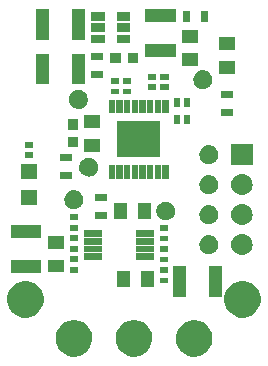
<source format=gts>
G04 #@! TF.FileFunction,Soldermask,Top*
%FSLAX46Y46*%
G04 Gerber Fmt 4.6, Leading zero omitted, Abs format (unit mm)*
G04 Created by KiCad (PCBNEW 4.0.6) date Wed Apr  3 14:00:51 2019*
%MOMM*%
%LPD*%
G01*
G04 APERTURE LIST*
%ADD10C,0.100000*%
G04 APERTURE END LIST*
D10*
G36*
X7020804Y4787470D02*
X7318566Y4726348D01*
X7598783Y4608556D01*
X7850789Y4438576D01*
X8064979Y4222884D01*
X8233192Y3969706D01*
X8349027Y3688666D01*
X8408007Y3390798D01*
X8408007Y3390789D01*
X8408067Y3390485D01*
X8403219Y3043293D01*
X8403150Y3042990D01*
X8403150Y3042983D01*
X8335876Y2746876D01*
X8212239Y2469183D01*
X8037022Y2220797D01*
X7816894Y2011171D01*
X7560244Y1848297D01*
X7276840Y1738371D01*
X6977491Y1685588D01*
X6673585Y1691954D01*
X6376706Y1757227D01*
X6098160Y1878921D01*
X5848552Y2052403D01*
X5637397Y2271059D01*
X5472731Y2526570D01*
X5360833Y2809194D01*
X5305961Y3108171D01*
X5310204Y3412113D01*
X5373404Y3709445D01*
X5493151Y3988833D01*
X5664883Y4239642D01*
X5882065Y4452322D01*
X6136414Y4618764D01*
X6418250Y4732633D01*
X6716840Y4789592D01*
X7020804Y4787470D01*
X7020804Y4787470D01*
G37*
G36*
X12100804Y4787470D02*
X12398566Y4726348D01*
X12678783Y4608556D01*
X12930789Y4438576D01*
X13144979Y4222884D01*
X13313192Y3969706D01*
X13429027Y3688666D01*
X13488007Y3390798D01*
X13488007Y3390789D01*
X13488067Y3390485D01*
X13483219Y3043293D01*
X13483150Y3042990D01*
X13483150Y3042983D01*
X13415876Y2746876D01*
X13292239Y2469183D01*
X13117022Y2220797D01*
X12896894Y2011171D01*
X12640244Y1848297D01*
X12356840Y1738371D01*
X12057491Y1685588D01*
X11753585Y1691954D01*
X11456706Y1757227D01*
X11178160Y1878921D01*
X10928552Y2052403D01*
X10717397Y2271059D01*
X10552731Y2526570D01*
X10440833Y2809194D01*
X10385961Y3108171D01*
X10390204Y3412113D01*
X10453404Y3709445D01*
X10573151Y3988833D01*
X10744883Y4239642D01*
X10962065Y4452322D01*
X11216414Y4618764D01*
X11498250Y4732633D01*
X11796840Y4789592D01*
X12100804Y4787470D01*
X12100804Y4787470D01*
G37*
G36*
X17193504Y4787470D02*
X17491266Y4726348D01*
X17771483Y4608556D01*
X18023489Y4438576D01*
X18237679Y4222884D01*
X18405892Y3969706D01*
X18521727Y3688666D01*
X18580707Y3390798D01*
X18580707Y3390789D01*
X18580767Y3390485D01*
X18575919Y3043293D01*
X18575850Y3042990D01*
X18575850Y3042983D01*
X18508576Y2746876D01*
X18384939Y2469183D01*
X18209722Y2220797D01*
X17989594Y2011171D01*
X17732944Y1848297D01*
X17449540Y1738371D01*
X17150191Y1685588D01*
X16846285Y1691954D01*
X16549406Y1757227D01*
X16270860Y1878921D01*
X16021252Y2052403D01*
X15810097Y2271059D01*
X15645431Y2526570D01*
X15533533Y2809194D01*
X15478661Y3108171D01*
X15482904Y3412113D01*
X15546104Y3709445D01*
X15665851Y3988833D01*
X15837583Y4239642D01*
X16054765Y4452322D01*
X16309114Y4618764D01*
X16590950Y4732633D01*
X16889540Y4789592D01*
X17193504Y4787470D01*
X17193504Y4787470D01*
G37*
G36*
X2906004Y8089470D02*
X3203766Y8028348D01*
X3483983Y7910556D01*
X3735989Y7740576D01*
X3950179Y7524884D01*
X4118392Y7271706D01*
X4234227Y6990666D01*
X4293207Y6692798D01*
X4293207Y6692789D01*
X4293267Y6692485D01*
X4288419Y6345293D01*
X4288350Y6344990D01*
X4288350Y6344983D01*
X4221076Y6048876D01*
X4097439Y5771183D01*
X3922222Y5522797D01*
X3702094Y5313171D01*
X3445444Y5150297D01*
X3162040Y5040371D01*
X2862691Y4987588D01*
X2558785Y4993954D01*
X2261906Y5059227D01*
X1983360Y5180921D01*
X1733752Y5354403D01*
X1522597Y5573059D01*
X1357931Y5828570D01*
X1246033Y6111194D01*
X1191161Y6410171D01*
X1195404Y6714113D01*
X1258604Y7011445D01*
X1378351Y7290833D01*
X1550083Y7541642D01*
X1767265Y7754322D01*
X2021614Y7920764D01*
X2303450Y8034633D01*
X2602040Y8091592D01*
X2906004Y8089470D01*
X2906004Y8089470D01*
G37*
G36*
X21295604Y8089470D02*
X21593366Y8028348D01*
X21873583Y7910556D01*
X22125589Y7740576D01*
X22339779Y7524884D01*
X22507992Y7271706D01*
X22623827Y6990666D01*
X22682807Y6692798D01*
X22682807Y6692789D01*
X22682867Y6692485D01*
X22678019Y6345293D01*
X22677950Y6344990D01*
X22677950Y6344983D01*
X22610676Y6048876D01*
X22487039Y5771183D01*
X22311822Y5522797D01*
X22091694Y5313171D01*
X21835044Y5150297D01*
X21551640Y5040371D01*
X21252291Y4987588D01*
X20948385Y4993954D01*
X20651506Y5059227D01*
X20372960Y5180921D01*
X20123352Y5354403D01*
X19912197Y5573059D01*
X19747531Y5828570D01*
X19635633Y6111194D01*
X19580761Y6410171D01*
X19585004Y6714113D01*
X19648204Y7011445D01*
X19767951Y7290833D01*
X19939683Y7541642D01*
X20156865Y7754322D01*
X20411214Y7920764D01*
X20693050Y8034633D01*
X20991640Y8091592D01*
X21295604Y8089470D01*
X21295604Y8089470D01*
G37*
G36*
X19372800Y6726400D02*
X18272800Y6726400D01*
X18272800Y9326400D01*
X19372800Y9326400D01*
X19372800Y6726400D01*
X19372800Y6726400D01*
G37*
G36*
X16372800Y6726400D02*
X15272800Y6726400D01*
X15272800Y9326400D01*
X16372800Y9326400D01*
X16372800Y6726400D01*
X16372800Y6726400D01*
G37*
G36*
X11640400Y7554600D02*
X10540400Y7554600D01*
X10540400Y8904600D01*
X11640400Y8904600D01*
X11640400Y7554600D01*
X11640400Y7554600D01*
G37*
G36*
X13640400Y7554600D02*
X12540400Y7554600D01*
X12540400Y8904600D01*
X13640400Y8904600D01*
X13640400Y7554600D01*
X13640400Y7554600D01*
G37*
G36*
X14828000Y7885200D02*
X14128000Y7885200D01*
X14128000Y8385200D01*
X14828000Y8385200D01*
X14828000Y7885200D01*
X14828000Y7885200D01*
G37*
G36*
X4094000Y8770400D02*
X1494000Y8770400D01*
X1494000Y9870400D01*
X4094000Y9870400D01*
X4094000Y8770400D01*
X4094000Y8770400D01*
G37*
G36*
X14828000Y8785200D02*
X14128000Y8785200D01*
X14128000Y9285200D01*
X14828000Y9285200D01*
X14828000Y8785200D01*
X14828000Y8785200D01*
G37*
G36*
X7208000Y8799600D02*
X6508000Y8799600D01*
X6508000Y9299600D01*
X7208000Y9299600D01*
X7208000Y8799600D01*
X7208000Y8799600D01*
G37*
G36*
X6009000Y8813200D02*
X4659000Y8813200D01*
X4659000Y9913200D01*
X6009000Y9913200D01*
X6009000Y8813200D01*
X6009000Y8813200D01*
G37*
G36*
X14828000Y9663200D02*
X14128000Y9663200D01*
X14128000Y10163200D01*
X14828000Y10163200D01*
X14828000Y9663200D01*
X14828000Y9663200D01*
G37*
G36*
X7208000Y9699600D02*
X6508000Y9699600D01*
X6508000Y10199600D01*
X7208000Y10199600D01*
X7208000Y9699600D01*
X7208000Y9699600D01*
G37*
G36*
X13643000Y9875200D02*
X12093000Y9875200D01*
X12093000Y10425200D01*
X13643000Y10425200D01*
X13643000Y9875200D01*
X13643000Y9875200D01*
G37*
G36*
X9243000Y9875200D02*
X7693000Y9875200D01*
X7693000Y10425200D01*
X9243000Y10425200D01*
X9243000Y9875200D01*
X9243000Y9875200D01*
G37*
G36*
X21097090Y12075925D02*
X21097092Y12075925D01*
X21098921Y12075912D01*
X21273476Y12056333D01*
X21440903Y12003222D01*
X21594825Y11918602D01*
X21729380Y11805697D01*
X21839443Y11668807D01*
X21920820Y11513146D01*
X21970414Y11344643D01*
X21970417Y11344608D01*
X21970418Y11344605D01*
X21986334Y11169715D01*
X21967980Y10995078D01*
X21967977Y10995068D01*
X21967973Y10995030D01*
X21916032Y10827236D01*
X21832489Y10672726D01*
X21720526Y10537386D01*
X21584407Y10426371D01*
X21429318Y10343909D01*
X21261166Y10293140D01*
X21086355Y10276000D01*
X21077599Y10276000D01*
X21066910Y10276075D01*
X21066908Y10276075D01*
X21065079Y10276088D01*
X20890524Y10295667D01*
X20723097Y10348778D01*
X20569175Y10433398D01*
X20434620Y10546303D01*
X20324557Y10683193D01*
X20243180Y10838854D01*
X20193586Y11007357D01*
X20193583Y11007392D01*
X20193582Y11007395D01*
X20177666Y11182285D01*
X20196020Y11356922D01*
X20196023Y11356932D01*
X20196027Y11356970D01*
X20247968Y11524764D01*
X20331511Y11679274D01*
X20443474Y11814614D01*
X20579593Y11925629D01*
X20734682Y12008091D01*
X20902834Y12058860D01*
X21077645Y12076000D01*
X21086401Y12076000D01*
X21097090Y12075925D01*
X21097090Y12075925D01*
G37*
G36*
X18372027Y11975470D02*
X18525712Y11943922D01*
X18670340Y11883127D01*
X18800408Y11795395D01*
X18910959Y11684068D01*
X18997777Y11553398D01*
X19057563Y11408344D01*
X19087975Y11254757D01*
X19087975Y11254743D01*
X19088034Y11254444D01*
X19085532Y11075248D01*
X19085464Y11074949D01*
X19085464Y11074938D01*
X19050776Y10922258D01*
X18986963Y10778931D01*
X18896529Y10650735D01*
X18782912Y10542539D01*
X18650449Y10458475D01*
X18504174Y10401738D01*
X18349673Y10374495D01*
X18192817Y10377782D01*
X18039590Y10411470D01*
X17895825Y10474280D01*
X17766994Y10563820D01*
X17658009Y10676677D01*
X17573023Y10808549D01*
X17515267Y10954422D01*
X17486947Y11108733D01*
X17489137Y11265607D01*
X17521756Y11419068D01*
X17583562Y11563272D01*
X17672196Y11692719D01*
X17784290Y11802488D01*
X17915570Y11888397D01*
X18061031Y11947166D01*
X18215143Y11976564D01*
X18372027Y11975470D01*
X18372027Y11975470D01*
G37*
G36*
X9243000Y10525200D02*
X7693000Y10525200D01*
X7693000Y11075200D01*
X9243000Y11075200D01*
X9243000Y10525200D01*
X9243000Y10525200D01*
G37*
G36*
X13643000Y10525200D02*
X12093000Y10525200D01*
X12093000Y11075200D01*
X13643000Y11075200D01*
X13643000Y10525200D01*
X13643000Y10525200D01*
G37*
G36*
X7208000Y10552200D02*
X6508000Y10552200D01*
X6508000Y11052200D01*
X7208000Y11052200D01*
X7208000Y10552200D01*
X7208000Y10552200D01*
G37*
G36*
X14828000Y10563200D02*
X14128000Y10563200D01*
X14128000Y11063200D01*
X14828000Y11063200D01*
X14828000Y10563200D01*
X14828000Y10563200D01*
G37*
G36*
X6009000Y10813200D02*
X4659000Y10813200D01*
X4659000Y11913200D01*
X6009000Y11913200D01*
X6009000Y10813200D01*
X6009000Y10813200D01*
G37*
G36*
X13643000Y11175200D02*
X12093000Y11175200D01*
X12093000Y11725200D01*
X13643000Y11725200D01*
X13643000Y11175200D01*
X13643000Y11175200D01*
G37*
G36*
X9243000Y11175200D02*
X7693000Y11175200D01*
X7693000Y11725200D01*
X9243000Y11725200D01*
X9243000Y11175200D01*
X9243000Y11175200D01*
G37*
G36*
X14828000Y11441200D02*
X14128000Y11441200D01*
X14128000Y11941200D01*
X14828000Y11941200D01*
X14828000Y11441200D01*
X14828000Y11441200D01*
G37*
G36*
X7208000Y11452200D02*
X6508000Y11452200D01*
X6508000Y11952200D01*
X7208000Y11952200D01*
X7208000Y11452200D01*
X7208000Y11452200D01*
G37*
G36*
X4094000Y11770400D02*
X1494000Y11770400D01*
X1494000Y12870400D01*
X4094000Y12870400D01*
X4094000Y11770400D01*
X4094000Y11770400D01*
G37*
G36*
X13643000Y11825200D02*
X12093000Y11825200D01*
X12093000Y12375200D01*
X13643000Y12375200D01*
X13643000Y11825200D01*
X13643000Y11825200D01*
G37*
G36*
X9243000Y11825200D02*
X7693000Y11825200D01*
X7693000Y12375200D01*
X9243000Y12375200D01*
X9243000Y11825200D01*
X9243000Y11825200D01*
G37*
G36*
X7208000Y12330200D02*
X6508000Y12330200D01*
X6508000Y12830200D01*
X7208000Y12830200D01*
X7208000Y12330200D01*
X7208000Y12330200D01*
G37*
G36*
X14828000Y12341200D02*
X14128000Y12341200D01*
X14128000Y12841200D01*
X14828000Y12841200D01*
X14828000Y12341200D01*
X14828000Y12341200D01*
G37*
G36*
X21097090Y14615925D02*
X21097092Y14615925D01*
X21098921Y14615912D01*
X21273476Y14596333D01*
X21440903Y14543222D01*
X21594825Y14458602D01*
X21729380Y14345697D01*
X21839443Y14208807D01*
X21920820Y14053146D01*
X21970414Y13884643D01*
X21970417Y13884608D01*
X21970418Y13884605D01*
X21986334Y13709715D01*
X21967980Y13535078D01*
X21967977Y13535068D01*
X21967973Y13535030D01*
X21916032Y13367236D01*
X21832489Y13212726D01*
X21720526Y13077386D01*
X21584407Y12966371D01*
X21429318Y12883909D01*
X21261166Y12833140D01*
X21086355Y12816000D01*
X21077599Y12816000D01*
X21066910Y12816075D01*
X21066908Y12816075D01*
X21065079Y12816088D01*
X20890524Y12835667D01*
X20723097Y12888778D01*
X20569175Y12973398D01*
X20434620Y13086303D01*
X20324557Y13223193D01*
X20243180Y13378854D01*
X20193586Y13547357D01*
X20193583Y13547392D01*
X20193582Y13547395D01*
X20177666Y13722285D01*
X20196020Y13896922D01*
X20196023Y13896932D01*
X20196027Y13896970D01*
X20247968Y14064764D01*
X20331511Y14219274D01*
X20443474Y14354614D01*
X20579593Y14465629D01*
X20734682Y14548091D01*
X20902834Y14598860D01*
X21077645Y14616000D01*
X21086401Y14616000D01*
X21097090Y14615925D01*
X21097090Y14615925D01*
G37*
G36*
X18372027Y14515470D02*
X18525712Y14483922D01*
X18670340Y14423127D01*
X18800408Y14335395D01*
X18910959Y14224068D01*
X18997777Y14093398D01*
X19057563Y13948344D01*
X19087975Y13794757D01*
X19087975Y13794743D01*
X19088034Y13794444D01*
X19085532Y13615248D01*
X19085464Y13614949D01*
X19085464Y13614938D01*
X19050776Y13462258D01*
X18986963Y13318931D01*
X18896529Y13190735D01*
X18782912Y13082539D01*
X18650449Y12998475D01*
X18504174Y12941738D01*
X18349673Y12914495D01*
X18192817Y12917782D01*
X18039590Y12951470D01*
X17895825Y13014280D01*
X17766994Y13103820D01*
X17658009Y13216677D01*
X17573023Y13348549D01*
X17515267Y13494422D01*
X17486947Y13648733D01*
X17489137Y13805607D01*
X17521756Y13959068D01*
X17583562Y14103272D01*
X17672196Y14232719D01*
X17784290Y14342488D01*
X17915570Y14428397D01*
X18061031Y14487166D01*
X18215143Y14516564D01*
X18372027Y14515470D01*
X18372027Y14515470D01*
G37*
G36*
X14714427Y14820270D02*
X14868112Y14788722D01*
X15012740Y14727927D01*
X15142808Y14640195D01*
X15253359Y14528868D01*
X15340177Y14398198D01*
X15399963Y14253144D01*
X15430375Y14099557D01*
X15430375Y14099543D01*
X15430434Y14099244D01*
X15427932Y13920048D01*
X15427864Y13919749D01*
X15427864Y13919738D01*
X15393176Y13767058D01*
X15329363Y13623731D01*
X15238929Y13495535D01*
X15125312Y13387339D01*
X14992849Y13303275D01*
X14846574Y13246538D01*
X14692073Y13219295D01*
X14535217Y13222582D01*
X14381990Y13256270D01*
X14238225Y13319080D01*
X14109394Y13408620D01*
X14000409Y13521477D01*
X13915423Y13653349D01*
X13857667Y13799222D01*
X13829347Y13953533D01*
X13831537Y14110407D01*
X13864156Y14263868D01*
X13925962Y14408072D01*
X14014596Y14537519D01*
X14126690Y14647288D01*
X14257970Y14733197D01*
X14403431Y14791966D01*
X14557543Y14821364D01*
X14714427Y14820270D01*
X14714427Y14820270D01*
G37*
G36*
X7208000Y13230200D02*
X6508000Y13230200D01*
X6508000Y13730200D01*
X7208000Y13730200D01*
X7208000Y13230200D01*
X7208000Y13230200D01*
G37*
G36*
X13361000Y13371200D02*
X12261000Y13371200D01*
X12261000Y14721200D01*
X13361000Y14721200D01*
X13361000Y13371200D01*
X13361000Y13371200D01*
G37*
G36*
X11361000Y13371200D02*
X10261000Y13371200D01*
X10261000Y14721200D01*
X11361000Y14721200D01*
X11361000Y13371200D01*
X11361000Y13371200D01*
G37*
G36*
X9644000Y13377200D02*
X8644000Y13377200D01*
X8644000Y13977200D01*
X9644000Y13977200D01*
X9644000Y13377200D01*
X9644000Y13377200D01*
G37*
G36*
X6942027Y15785470D02*
X7095712Y15753922D01*
X7240340Y15693127D01*
X7370408Y15605395D01*
X7480959Y15494068D01*
X7567777Y15363398D01*
X7627563Y15218344D01*
X7657975Y15064757D01*
X7657975Y15064743D01*
X7658034Y15064444D01*
X7655532Y14885248D01*
X7655464Y14884949D01*
X7655464Y14884938D01*
X7620776Y14732258D01*
X7556963Y14588931D01*
X7466529Y14460735D01*
X7352912Y14352539D01*
X7220449Y14268475D01*
X7074174Y14211738D01*
X6919673Y14184495D01*
X6762817Y14187782D01*
X6609590Y14221470D01*
X6465825Y14284280D01*
X6336994Y14373820D01*
X6228009Y14486677D01*
X6143023Y14618549D01*
X6085267Y14764422D01*
X6056947Y14918733D01*
X6059137Y15075607D01*
X6091756Y15229068D01*
X6153562Y15373272D01*
X6242196Y15502719D01*
X6354290Y15612488D01*
X6485570Y15698397D01*
X6631031Y15757166D01*
X6785143Y15786564D01*
X6942027Y15785470D01*
X6942027Y15785470D01*
G37*
G36*
X3698000Y14506000D02*
X2398000Y14506000D01*
X2398000Y15806000D01*
X3698000Y15806000D01*
X3698000Y14506000D01*
X3698000Y14506000D01*
G37*
G36*
X9644000Y14877200D02*
X8644000Y14877200D01*
X8644000Y15477200D01*
X9644000Y15477200D01*
X9644000Y14877200D01*
X9644000Y14877200D01*
G37*
G36*
X21097090Y17155925D02*
X21097092Y17155925D01*
X21098921Y17155912D01*
X21273476Y17136333D01*
X21440903Y17083222D01*
X21594825Y16998602D01*
X21729380Y16885697D01*
X21839443Y16748807D01*
X21920820Y16593146D01*
X21970414Y16424643D01*
X21970417Y16424608D01*
X21970418Y16424605D01*
X21986334Y16249715D01*
X21967980Y16075078D01*
X21967977Y16075068D01*
X21967973Y16075030D01*
X21916032Y15907236D01*
X21832489Y15752726D01*
X21720526Y15617386D01*
X21584407Y15506371D01*
X21429318Y15423909D01*
X21261166Y15373140D01*
X21086355Y15356000D01*
X21077599Y15356000D01*
X21066910Y15356075D01*
X21066908Y15356075D01*
X21065079Y15356088D01*
X20890524Y15375667D01*
X20723097Y15428778D01*
X20569175Y15513398D01*
X20434620Y15626303D01*
X20324557Y15763193D01*
X20243180Y15918854D01*
X20193586Y16087357D01*
X20193583Y16087392D01*
X20193582Y16087395D01*
X20177666Y16262285D01*
X20196020Y16436922D01*
X20196023Y16436932D01*
X20196027Y16436970D01*
X20247968Y16604764D01*
X20331511Y16759274D01*
X20443474Y16894614D01*
X20579593Y17005629D01*
X20734682Y17088091D01*
X20902834Y17138860D01*
X21077645Y17156000D01*
X21086401Y17156000D01*
X21097090Y17155925D01*
X21097090Y17155925D01*
G37*
G36*
X18372027Y17055470D02*
X18525712Y17023922D01*
X18670340Y16963127D01*
X18800408Y16875395D01*
X18910959Y16764068D01*
X18997777Y16633398D01*
X19057563Y16488344D01*
X19087975Y16334757D01*
X19087975Y16334743D01*
X19088034Y16334444D01*
X19085532Y16155248D01*
X19085464Y16154949D01*
X19085464Y16154938D01*
X19050776Y16002258D01*
X18986963Y15858931D01*
X18896529Y15730735D01*
X18782912Y15622539D01*
X18650449Y15538475D01*
X18504174Y15481738D01*
X18349673Y15454495D01*
X18192817Y15457782D01*
X18039590Y15491470D01*
X17895825Y15554280D01*
X17766994Y15643820D01*
X17658009Y15756677D01*
X17573023Y15888549D01*
X17515267Y16034422D01*
X17486947Y16188733D01*
X17489137Y16345607D01*
X17521756Y16499068D01*
X17583562Y16643272D01*
X17672196Y16772719D01*
X17784290Y16882488D01*
X17915570Y16968397D01*
X18061031Y17027166D01*
X18215143Y17056564D01*
X18372027Y17055470D01*
X18372027Y17055470D01*
G37*
G36*
X3698000Y16706000D02*
X2398000Y16706000D01*
X2398000Y18006000D01*
X3698000Y18006000D01*
X3698000Y16706000D01*
X3698000Y16706000D01*
G37*
G36*
X10344400Y16741400D02*
X9794400Y16741400D01*
X9794400Y17891400D01*
X10344400Y17891400D01*
X10344400Y16741400D01*
X10344400Y16741400D01*
G37*
G36*
X10994400Y16741400D02*
X10444400Y16741400D01*
X10444400Y17891400D01*
X10994400Y17891400D01*
X10994400Y16741400D01*
X10994400Y16741400D01*
G37*
G36*
X11644400Y16741400D02*
X11094400Y16741400D01*
X11094400Y17891400D01*
X11644400Y17891400D01*
X11644400Y16741400D01*
X11644400Y16741400D01*
G37*
G36*
X12294400Y16741400D02*
X11744400Y16741400D01*
X11744400Y17891400D01*
X12294400Y17891400D01*
X12294400Y16741400D01*
X12294400Y16741400D01*
G37*
G36*
X12944400Y16741400D02*
X12394400Y16741400D01*
X12394400Y17891400D01*
X12944400Y17891400D01*
X12944400Y16741400D01*
X12944400Y16741400D01*
G37*
G36*
X13594400Y16741400D02*
X13044400Y16741400D01*
X13044400Y17891400D01*
X13594400Y17891400D01*
X13594400Y16741400D01*
X13594400Y16741400D01*
G37*
G36*
X14244400Y16741400D02*
X13694400Y16741400D01*
X13694400Y17891400D01*
X14244400Y17891400D01*
X14244400Y16741400D01*
X14244400Y16741400D01*
G37*
G36*
X14894400Y16741400D02*
X14344400Y16741400D01*
X14344400Y17891400D01*
X14894400Y17891400D01*
X14894400Y16741400D01*
X14894400Y16741400D01*
G37*
G36*
X6697600Y16755400D02*
X5697600Y16755400D01*
X5697600Y17355400D01*
X6697600Y17355400D01*
X6697600Y16755400D01*
X6697600Y16755400D01*
G37*
G36*
X8186627Y18541370D02*
X8340312Y18509822D01*
X8484940Y18449027D01*
X8615008Y18361295D01*
X8725559Y18249968D01*
X8812377Y18119298D01*
X8872163Y17974244D01*
X8902575Y17820657D01*
X8902575Y17820643D01*
X8902634Y17820344D01*
X8900132Y17641148D01*
X8900064Y17640849D01*
X8900064Y17640838D01*
X8865376Y17488158D01*
X8801563Y17344831D01*
X8711129Y17216635D01*
X8597512Y17108439D01*
X8465049Y17024375D01*
X8318774Y16967638D01*
X8164273Y16940395D01*
X8007417Y16943682D01*
X7854190Y16977370D01*
X7710425Y17040180D01*
X7581594Y17129720D01*
X7472609Y17242577D01*
X7387623Y17374449D01*
X7329867Y17520322D01*
X7301547Y17674633D01*
X7303737Y17831507D01*
X7336356Y17984968D01*
X7398162Y18129172D01*
X7486796Y18258619D01*
X7598890Y18368388D01*
X7730170Y18454297D01*
X7875631Y18513066D01*
X8029743Y18542464D01*
X8186627Y18541370D01*
X8186627Y18541370D01*
G37*
G36*
X21982000Y17896000D02*
X20182000Y17896000D01*
X20182000Y19696000D01*
X21982000Y19696000D01*
X21982000Y17896000D01*
X21982000Y17896000D01*
G37*
G36*
X18372027Y19595470D02*
X18525712Y19563922D01*
X18670340Y19503127D01*
X18800408Y19415395D01*
X18910959Y19304068D01*
X18997777Y19173398D01*
X19057563Y19028344D01*
X19087975Y18874757D01*
X19087975Y18874743D01*
X19088034Y18874444D01*
X19085532Y18695248D01*
X19085464Y18694949D01*
X19085464Y18694938D01*
X19050776Y18542258D01*
X18986963Y18398931D01*
X18896529Y18270735D01*
X18782912Y18162539D01*
X18650449Y18078475D01*
X18504174Y18021738D01*
X18349673Y17994495D01*
X18192817Y17997782D01*
X18039590Y18031470D01*
X17895825Y18094280D01*
X17766994Y18183820D01*
X17658009Y18296677D01*
X17573023Y18428549D01*
X17515267Y18574422D01*
X17486947Y18728733D01*
X17489137Y18885607D01*
X17521756Y19039068D01*
X17583562Y19183272D01*
X17672196Y19312719D01*
X17784290Y19422488D01*
X17915570Y19508397D01*
X18061031Y19567166D01*
X18215143Y19596564D01*
X18372027Y19595470D01*
X18372027Y19595470D01*
G37*
G36*
X6697600Y18255400D02*
X5697600Y18255400D01*
X5697600Y18855400D01*
X6697600Y18855400D01*
X6697600Y18255400D01*
X6697600Y18255400D01*
G37*
G36*
X3398000Y18477000D02*
X2698000Y18477000D01*
X2698000Y18977000D01*
X3398000Y18977000D01*
X3398000Y18477000D01*
X3398000Y18477000D01*
G37*
G36*
X14184400Y18571400D02*
X10504400Y18571400D01*
X10504400Y21611400D01*
X14184400Y21611400D01*
X14184400Y18571400D01*
X14184400Y18571400D01*
G37*
G36*
X9095100Y19049400D02*
X7745100Y19049400D01*
X7745100Y20149400D01*
X9095100Y20149400D01*
X9095100Y19049400D01*
X9095100Y19049400D01*
G37*
G36*
X3398000Y19377000D02*
X2698000Y19377000D01*
X2698000Y19877000D01*
X3398000Y19877000D01*
X3398000Y19377000D01*
X3398000Y19377000D01*
G37*
G36*
X7194100Y19399400D02*
X6344100Y19399400D01*
X6344100Y20299400D01*
X7194100Y20299400D01*
X7194100Y19399400D01*
X7194100Y19399400D01*
G37*
G36*
X7194100Y20899400D02*
X6344100Y20899400D01*
X6344100Y21799400D01*
X7194100Y21799400D01*
X7194100Y20899400D01*
X7194100Y20899400D01*
G37*
G36*
X9095100Y21049400D02*
X7745100Y21049400D01*
X7745100Y22149400D01*
X9095100Y22149400D01*
X9095100Y21049400D01*
X9095100Y21049400D01*
G37*
G36*
X16702000Y21417800D02*
X16202000Y21417800D01*
X16202000Y22117800D01*
X16702000Y22117800D01*
X16702000Y21417800D01*
X16702000Y21417800D01*
G37*
G36*
X15802000Y21417800D02*
X15302000Y21417800D01*
X15302000Y22117800D01*
X15802000Y22117800D01*
X15802000Y21417800D01*
X15802000Y21417800D01*
G37*
G36*
X20312000Y22064000D02*
X19312000Y22064000D01*
X19312000Y22664000D01*
X20312000Y22664000D01*
X20312000Y22064000D01*
X20312000Y22064000D01*
G37*
G36*
X12294400Y22291400D02*
X11744400Y22291400D01*
X11744400Y23441400D01*
X12294400Y23441400D01*
X12294400Y22291400D01*
X12294400Y22291400D01*
G37*
G36*
X11644400Y22291400D02*
X11094400Y22291400D01*
X11094400Y23441400D01*
X11644400Y23441400D01*
X11644400Y22291400D01*
X11644400Y22291400D01*
G37*
G36*
X10994400Y22291400D02*
X10444400Y22291400D01*
X10444400Y23441400D01*
X10994400Y23441400D01*
X10994400Y22291400D01*
X10994400Y22291400D01*
G37*
G36*
X10344400Y22291400D02*
X9794400Y22291400D01*
X9794400Y23441400D01*
X10344400Y23441400D01*
X10344400Y22291400D01*
X10344400Y22291400D01*
G37*
G36*
X14244400Y22291400D02*
X13694400Y22291400D01*
X13694400Y23441400D01*
X14244400Y23441400D01*
X14244400Y22291400D01*
X14244400Y22291400D01*
G37*
G36*
X12944400Y22291400D02*
X12394400Y22291400D01*
X12394400Y23441400D01*
X12944400Y23441400D01*
X12944400Y22291400D01*
X12944400Y22291400D01*
G37*
G36*
X14894400Y22291400D02*
X14344400Y22291400D01*
X14344400Y23441400D01*
X14894400Y23441400D01*
X14894400Y22291400D01*
X14894400Y22291400D01*
G37*
G36*
X13594400Y22291400D02*
X13044400Y22291400D01*
X13044400Y23441400D01*
X13594400Y23441400D01*
X13594400Y22291400D01*
X13594400Y22291400D01*
G37*
G36*
X7323027Y24269070D02*
X7476712Y24237522D01*
X7621340Y24176727D01*
X7751408Y24088995D01*
X7861959Y23977668D01*
X7948777Y23846998D01*
X8008563Y23701944D01*
X8038975Y23548357D01*
X8038975Y23548343D01*
X8039034Y23548044D01*
X8036532Y23368848D01*
X8036464Y23368549D01*
X8036464Y23368538D01*
X8001776Y23215858D01*
X7937963Y23072531D01*
X7847529Y22944335D01*
X7733912Y22836139D01*
X7601449Y22752075D01*
X7455174Y22695338D01*
X7300673Y22668095D01*
X7143817Y22671382D01*
X6990590Y22705070D01*
X6846825Y22767880D01*
X6717994Y22857420D01*
X6609009Y22970277D01*
X6524023Y23102149D01*
X6466267Y23248022D01*
X6437947Y23402333D01*
X6440137Y23559207D01*
X6472756Y23712668D01*
X6534562Y23856872D01*
X6623196Y23986319D01*
X6735290Y24096088D01*
X6866570Y24181997D01*
X7012031Y24240766D01*
X7166143Y24270164D01*
X7323027Y24269070D01*
X7323027Y24269070D01*
G37*
G36*
X15802000Y22865600D02*
X15302000Y22865600D01*
X15302000Y23565600D01*
X15802000Y23565600D01*
X15802000Y22865600D01*
X15802000Y22865600D01*
G37*
G36*
X16702000Y22865600D02*
X16202000Y22865600D01*
X16202000Y23565600D01*
X16702000Y23565600D01*
X16702000Y22865600D01*
X16702000Y22865600D01*
G37*
G36*
X20312000Y23564000D02*
X19312000Y23564000D01*
X19312000Y24164000D01*
X20312000Y24164000D01*
X20312000Y23564000D01*
X20312000Y23564000D01*
G37*
G36*
X11729200Y23887200D02*
X11029200Y23887200D01*
X11029200Y24387200D01*
X11729200Y24387200D01*
X11729200Y23887200D01*
X11729200Y23887200D01*
G37*
G36*
X10662400Y23887200D02*
X9962400Y23887200D01*
X9962400Y24387200D01*
X10662400Y24387200D01*
X10662400Y23887200D01*
X10662400Y23887200D01*
G37*
G36*
X13812000Y24242800D02*
X13112000Y24242800D01*
X13112000Y24742800D01*
X13812000Y24742800D01*
X13812000Y24242800D01*
X13812000Y24242800D01*
G37*
G36*
X14878800Y24242800D02*
X14178800Y24242800D01*
X14178800Y24742800D01*
X14878800Y24742800D01*
X14878800Y24242800D01*
X14878800Y24242800D01*
G37*
G36*
X17864027Y25945470D02*
X18017712Y25913922D01*
X18162340Y25853127D01*
X18292408Y25765395D01*
X18402959Y25654068D01*
X18489777Y25523398D01*
X18549563Y25378344D01*
X18579975Y25224757D01*
X18579975Y25224743D01*
X18580034Y25224444D01*
X18577532Y25045248D01*
X18577464Y25044949D01*
X18577464Y25044938D01*
X18542776Y24892258D01*
X18478963Y24748931D01*
X18388529Y24620735D01*
X18274912Y24512539D01*
X18142449Y24428475D01*
X17996174Y24371738D01*
X17841673Y24344495D01*
X17684817Y24347782D01*
X17531590Y24381470D01*
X17387825Y24444280D01*
X17258994Y24533820D01*
X17150009Y24646677D01*
X17065023Y24778549D01*
X17007267Y24924422D01*
X16978947Y25078733D01*
X16981137Y25235607D01*
X17013756Y25389068D01*
X17075562Y25533272D01*
X17164196Y25662719D01*
X17276290Y25772488D01*
X17407570Y25858397D01*
X17553031Y25917166D01*
X17707143Y25946564D01*
X17864027Y25945470D01*
X17864027Y25945470D01*
G37*
G36*
X4765000Y24735000D02*
X3665000Y24735000D01*
X3665000Y27335000D01*
X4765000Y27335000D01*
X4765000Y24735000D01*
X4765000Y24735000D01*
G37*
G36*
X7765000Y24735000D02*
X6665000Y24735000D01*
X6665000Y27335000D01*
X7765000Y27335000D01*
X7765000Y24735000D01*
X7765000Y24735000D01*
G37*
G36*
X11729200Y24787200D02*
X11029200Y24787200D01*
X11029200Y25287200D01*
X11729200Y25287200D01*
X11729200Y24787200D01*
X11729200Y24787200D01*
G37*
G36*
X10662400Y24787200D02*
X9962400Y24787200D01*
X9962400Y25287200D01*
X10662400Y25287200D01*
X10662400Y24787200D01*
X10662400Y24787200D01*
G37*
G36*
X13812000Y25142800D02*
X13112000Y25142800D01*
X13112000Y25642800D01*
X13812000Y25642800D01*
X13812000Y25142800D01*
X13812000Y25142800D01*
G37*
G36*
X14878800Y25142800D02*
X14178800Y25142800D01*
X14178800Y25642800D01*
X14878800Y25642800D01*
X14878800Y25142800D01*
X14878800Y25142800D01*
G37*
G36*
X9326500Y25302500D02*
X8326500Y25302500D01*
X8326500Y25902500D01*
X9326500Y25902500D01*
X9326500Y25302500D01*
X9326500Y25302500D01*
G37*
G36*
X20487000Y25628000D02*
X19137000Y25628000D01*
X19137000Y26728000D01*
X20487000Y26728000D01*
X20487000Y25628000D01*
X20487000Y25628000D01*
G37*
G36*
X17375500Y26263000D02*
X16025500Y26263000D01*
X16025500Y27363000D01*
X17375500Y27363000D01*
X17375500Y26263000D01*
X17375500Y26263000D01*
G37*
G36*
X10812500Y26562500D02*
X9912500Y26562500D01*
X9912500Y27412500D01*
X10812500Y27412500D01*
X10812500Y26562500D01*
X10812500Y26562500D01*
G37*
G36*
X12312500Y26562500D02*
X11412500Y26562500D01*
X11412500Y27412500D01*
X12312500Y27412500D01*
X12312500Y26562500D01*
X12312500Y26562500D01*
G37*
G36*
X9326500Y26802500D02*
X8326500Y26802500D01*
X8326500Y27402500D01*
X9326500Y27402500D01*
X9326500Y26802500D01*
X9326500Y26802500D01*
G37*
G36*
X15460500Y27033000D02*
X12860500Y27033000D01*
X12860500Y28133000D01*
X15460500Y28133000D01*
X15460500Y27033000D01*
X15460500Y27033000D01*
G37*
G36*
X20487000Y27628000D02*
X19137000Y27628000D01*
X19137000Y28728000D01*
X20487000Y28728000D01*
X20487000Y27628000D01*
X20487000Y27628000D01*
G37*
G36*
X9449500Y28202500D02*
X8289500Y28202500D01*
X8289500Y28952500D01*
X9449500Y28952500D01*
X9449500Y28202500D01*
X9449500Y28202500D01*
G37*
G36*
X11649500Y28202500D02*
X10489500Y28202500D01*
X10489500Y28952500D01*
X11649500Y28952500D01*
X11649500Y28202500D01*
X11649500Y28202500D01*
G37*
G36*
X17375500Y28263000D02*
X16025500Y28263000D01*
X16025500Y29363000D01*
X17375500Y29363000D01*
X17375500Y28263000D01*
X17375500Y28263000D01*
G37*
G36*
X7765000Y28481500D02*
X6665000Y28481500D01*
X6665000Y31081500D01*
X7765000Y31081500D01*
X7765000Y28481500D01*
X7765000Y28481500D01*
G37*
G36*
X4765000Y28481500D02*
X3665000Y28481500D01*
X3665000Y31081500D01*
X4765000Y31081500D01*
X4765000Y28481500D01*
X4765000Y28481500D01*
G37*
G36*
X11649500Y29152500D02*
X10489500Y29152500D01*
X10489500Y29902500D01*
X11649500Y29902500D01*
X11649500Y29152500D01*
X11649500Y29152500D01*
G37*
G36*
X9449500Y29152500D02*
X8289500Y29152500D01*
X8289500Y29902500D01*
X9449500Y29902500D01*
X9449500Y29152500D01*
X9449500Y29152500D01*
G37*
G36*
X18195000Y29980000D02*
X17595000Y29980000D01*
X17595000Y30980000D01*
X18195000Y30980000D01*
X18195000Y29980000D01*
X18195000Y29980000D01*
G37*
G36*
X16695000Y29980000D02*
X16095000Y29980000D01*
X16095000Y30980000D01*
X16695000Y30980000D01*
X16695000Y29980000D01*
X16695000Y29980000D01*
G37*
G36*
X15460500Y30033000D02*
X12860500Y30033000D01*
X12860500Y31133000D01*
X15460500Y31133000D01*
X15460500Y30033000D01*
X15460500Y30033000D01*
G37*
G36*
X11649500Y30102500D02*
X10489500Y30102500D01*
X10489500Y30852500D01*
X11649500Y30852500D01*
X11649500Y30102500D01*
X11649500Y30102500D01*
G37*
G36*
X9449500Y30102500D02*
X8289500Y30102500D01*
X8289500Y30852500D01*
X9449500Y30852500D01*
X9449500Y30102500D01*
X9449500Y30102500D01*
G37*
M02*

</source>
